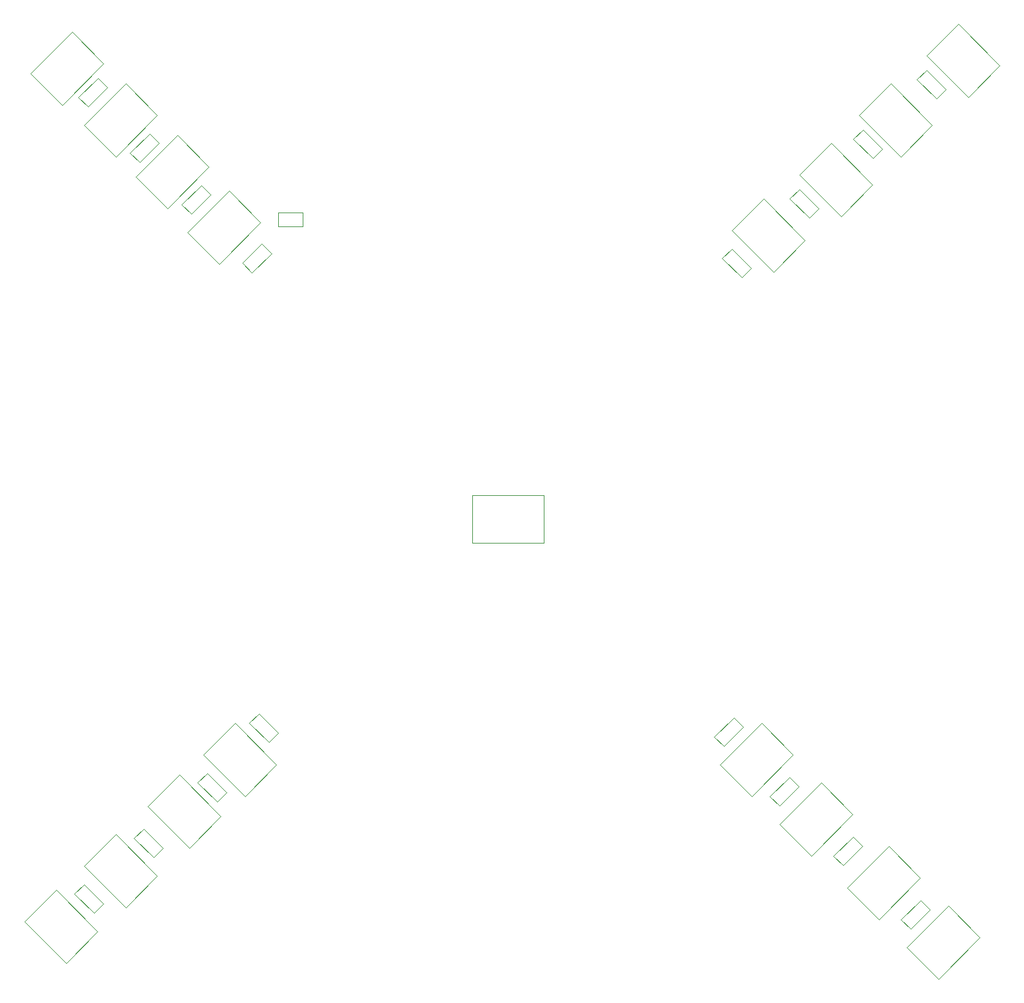
<source format=gbr>
G04 #@! TF.GenerationSoftware,KiCad,Pcbnew,(5.0.0-rc2-dev-26-g0d794b2)*
G04 #@! TF.CreationDate,2018-07-01T20:50:18-07:00*
G04 #@! TF.ProjectId,Skull_badge,536B756C6C5F62616467652E6B696361,rev?*
G04 #@! TF.SameCoordinates,Original*
G04 #@! TF.FileFunction,Other,User*
%FSLAX46Y46*%
G04 Gerber Fmt 4.6, Leading zero omitted, Abs format (unit mm)*
G04 Created by KiCad (PCBNEW (5.0.0-rc2-dev-26-g0d794b2)) date Sunday, July 01, 2018 at 08:50:18 PM*
%MOMM*%
%LPD*%
G01*
G04 APERTURE LIST*
%ADD10C,0.050000*%
G04 APERTURE END LIST*
D10*
X122079113Y-125182157D02*
X122079113Y-119082157D01*
X122079113Y-119082157D02*
X131179113Y-119082157D01*
X131179113Y-119082157D02*
X131179113Y-125182157D01*
X131179113Y-125182157D02*
X122079113Y-125182157D01*
X160558396Y-90492905D02*
X155255095Y-85189604D01*
X164588905Y-86462396D02*
X160558396Y-90492905D01*
X159285604Y-81159095D02*
X164588905Y-86462396D01*
X155255095Y-85189604D02*
X159285604Y-81159095D01*
X74926905Y-63853604D02*
X69623604Y-69156905D01*
X70896396Y-59823095D02*
X74926905Y-63853604D01*
X65593095Y-65126396D02*
X70896396Y-59823095D01*
X69623604Y-69156905D02*
X65593095Y-65126396D01*
X93884817Y-90609691D02*
X96359691Y-88134817D01*
X93884817Y-90609691D02*
X92647380Y-89372254D01*
X95122254Y-86897380D02*
X96359691Y-88134817D01*
X95122254Y-86897380D02*
X92647380Y-89372254D01*
X86154817Y-83113691D02*
X88629691Y-80638817D01*
X86154817Y-83113691D02*
X84917380Y-81876254D01*
X87392254Y-79401380D02*
X88629691Y-80638817D01*
X87392254Y-79401380D02*
X84917380Y-81876254D01*
X79550817Y-76509691D02*
X82025691Y-74034817D01*
X79550817Y-76509691D02*
X78313380Y-75272254D01*
X80788254Y-72797380D02*
X82025691Y-74034817D01*
X80788254Y-72797380D02*
X78313380Y-75272254D01*
X72946817Y-69397691D02*
X75421691Y-66922817D01*
X72946817Y-69397691D02*
X71709380Y-68160254D01*
X74184254Y-65685380D02*
X75421691Y-66922817D01*
X74184254Y-65685380D02*
X71709380Y-68160254D01*
X153998309Y-88766817D02*
X156473183Y-91241691D01*
X153998309Y-88766817D02*
X155235746Y-87529380D01*
X157710620Y-90004254D02*
X156473183Y-91241691D01*
X157710620Y-90004254D02*
X155235746Y-87529380D01*
X162634309Y-81146817D02*
X165109183Y-83621691D01*
X162634309Y-81146817D02*
X163871746Y-79909380D01*
X166346620Y-82384254D02*
X165109183Y-83621691D01*
X166346620Y-82384254D02*
X163871746Y-79909380D01*
X170762309Y-73526817D02*
X173237183Y-76001691D01*
X170762309Y-73526817D02*
X171999746Y-72289380D01*
X174474620Y-74764254D02*
X173237183Y-76001691D01*
X174474620Y-74764254D02*
X171999746Y-72289380D01*
X178890309Y-65906817D02*
X181365183Y-68381691D01*
X178890309Y-65906817D02*
X180127746Y-64669380D01*
X182602620Y-67144254D02*
X181365183Y-68381691D01*
X182602620Y-67144254D02*
X180127746Y-64669380D01*
X97265691Y-149433183D02*
X94790817Y-146958309D01*
X97265691Y-149433183D02*
X96028254Y-150670620D01*
X93553380Y-148195746D02*
X94790817Y-146958309D01*
X93553380Y-148195746D02*
X96028254Y-150670620D01*
X90661691Y-157053183D02*
X88186817Y-154578309D01*
X90661691Y-157053183D02*
X89424254Y-158290620D01*
X86949380Y-155815746D02*
X88186817Y-154578309D01*
X86949380Y-155815746D02*
X89424254Y-158290620D01*
X82533691Y-164165183D02*
X80058817Y-161690309D01*
X82533691Y-164165183D02*
X81296254Y-165402620D01*
X78821380Y-162927746D02*
X80058817Y-161690309D01*
X78821380Y-162927746D02*
X81296254Y-165402620D01*
X74913691Y-171277183D02*
X72438817Y-168802309D01*
X74913691Y-171277183D02*
X73676254Y-172514620D01*
X71201380Y-170039746D02*
X72438817Y-168802309D01*
X71201380Y-170039746D02*
X73676254Y-172514620D01*
X155457183Y-147466309D02*
X152982309Y-149941183D01*
X155457183Y-147466309D02*
X156694620Y-148703746D01*
X154219746Y-151178620D02*
X152982309Y-149941183D01*
X154219746Y-151178620D02*
X156694620Y-148703746D01*
X162569183Y-155086309D02*
X160094309Y-157561183D01*
X162569183Y-155086309D02*
X163806620Y-156323746D01*
X161331746Y-158798620D02*
X160094309Y-157561183D01*
X161331746Y-158798620D02*
X163806620Y-156323746D01*
X170697183Y-162706309D02*
X168222309Y-165181183D01*
X170697183Y-162706309D02*
X171934620Y-163943746D01*
X169459746Y-166418620D02*
X168222309Y-165181183D01*
X169459746Y-166418620D02*
X171934620Y-163943746D01*
X179333183Y-170834309D02*
X176858309Y-173309183D01*
X179333183Y-170834309D02*
X180570620Y-172071746D01*
X178095746Y-174546620D02*
X176858309Y-173309183D01*
X178095746Y-174546620D02*
X180570620Y-172071746D01*
X97250113Y-84665157D02*
X100350113Y-84665157D01*
X97250113Y-84665157D02*
X97250113Y-82865157D01*
X100350113Y-82865157D02*
X100350113Y-84665157D01*
X100350113Y-82865157D02*
X97250113Y-82865157D01*
X81784905Y-70457604D02*
X76481604Y-75760905D01*
X77754396Y-66427095D02*
X81784905Y-70457604D01*
X72451095Y-71730396D02*
X77754396Y-66427095D01*
X76481604Y-75760905D02*
X72451095Y-71730396D01*
X88388905Y-77061604D02*
X83085604Y-82364905D01*
X84358396Y-73031095D02*
X88388905Y-77061604D01*
X79055095Y-78334396D02*
X84358396Y-73031095D01*
X83085604Y-82364905D02*
X79055095Y-78334396D01*
X94992905Y-84173604D02*
X89689604Y-89476905D01*
X90962396Y-80143095D02*
X94992905Y-84173604D01*
X85659095Y-85446396D02*
X90962396Y-80143095D01*
X89689604Y-89476905D02*
X85659095Y-85446396D01*
X185450396Y-68140905D02*
X180147095Y-62837604D01*
X189480905Y-64110396D02*
X185450396Y-68140905D01*
X184177604Y-58807095D02*
X189480905Y-64110396D01*
X180147095Y-62837604D02*
X184177604Y-58807095D01*
X176814396Y-75760905D02*
X171511095Y-70457604D01*
X180844905Y-71730396D02*
X176814396Y-75760905D01*
X175541604Y-66427095D02*
X180844905Y-71730396D01*
X171511095Y-70457604D02*
X175541604Y-66427095D01*
X169194396Y-83380905D02*
X163891095Y-78077604D01*
X173224905Y-79350396D02*
X169194396Y-83380905D01*
X167921604Y-74047095D02*
X173224905Y-79350396D01*
X163891095Y-78077604D02*
X167921604Y-74047095D01*
X177607095Y-176886396D02*
X182910396Y-171583095D01*
X181637604Y-180916905D02*
X177607095Y-176886396D01*
X186940905Y-175613604D02*
X181637604Y-180916905D01*
X182910396Y-171583095D02*
X186940905Y-175613604D01*
X169987095Y-169266396D02*
X175290396Y-163963095D01*
X174017604Y-173296905D02*
X169987095Y-169266396D01*
X179320905Y-167993604D02*
X174017604Y-173296905D01*
X175290396Y-163963095D02*
X179320905Y-167993604D01*
X161351095Y-161138396D02*
X166654396Y-155835095D01*
X165381604Y-165168905D02*
X161351095Y-161138396D01*
X170684905Y-159865604D02*
X165381604Y-165168905D01*
X166654396Y-155835095D02*
X170684905Y-159865604D01*
X153731095Y-153518396D02*
X159034396Y-148215095D01*
X157761604Y-157548905D02*
X153731095Y-153518396D01*
X163064905Y-152245604D02*
X157761604Y-157548905D01*
X159034396Y-148215095D02*
X163064905Y-152245604D01*
X91721604Y-148215095D02*
X97024905Y-153518396D01*
X87691095Y-152245604D02*
X91721604Y-148215095D01*
X92994396Y-157548905D02*
X87691095Y-152245604D01*
X97024905Y-153518396D02*
X92994396Y-157548905D01*
X84609604Y-154819095D02*
X89912905Y-160122396D01*
X80579095Y-158849604D02*
X84609604Y-154819095D01*
X85882396Y-164152905D02*
X80579095Y-158849604D01*
X89912905Y-160122396D02*
X85882396Y-164152905D01*
X76481604Y-162439095D02*
X81784905Y-167742396D01*
X72451095Y-166469604D02*
X76481604Y-162439095D01*
X77754396Y-171772905D02*
X72451095Y-166469604D01*
X81784905Y-167742396D02*
X77754396Y-171772905D01*
X68861604Y-169551095D02*
X74164905Y-174854396D01*
X64831095Y-173581604D02*
X68861604Y-169551095D01*
X70134396Y-178884905D02*
X64831095Y-173581604D01*
X74164905Y-174854396D02*
X70134396Y-178884905D01*
M02*

</source>
